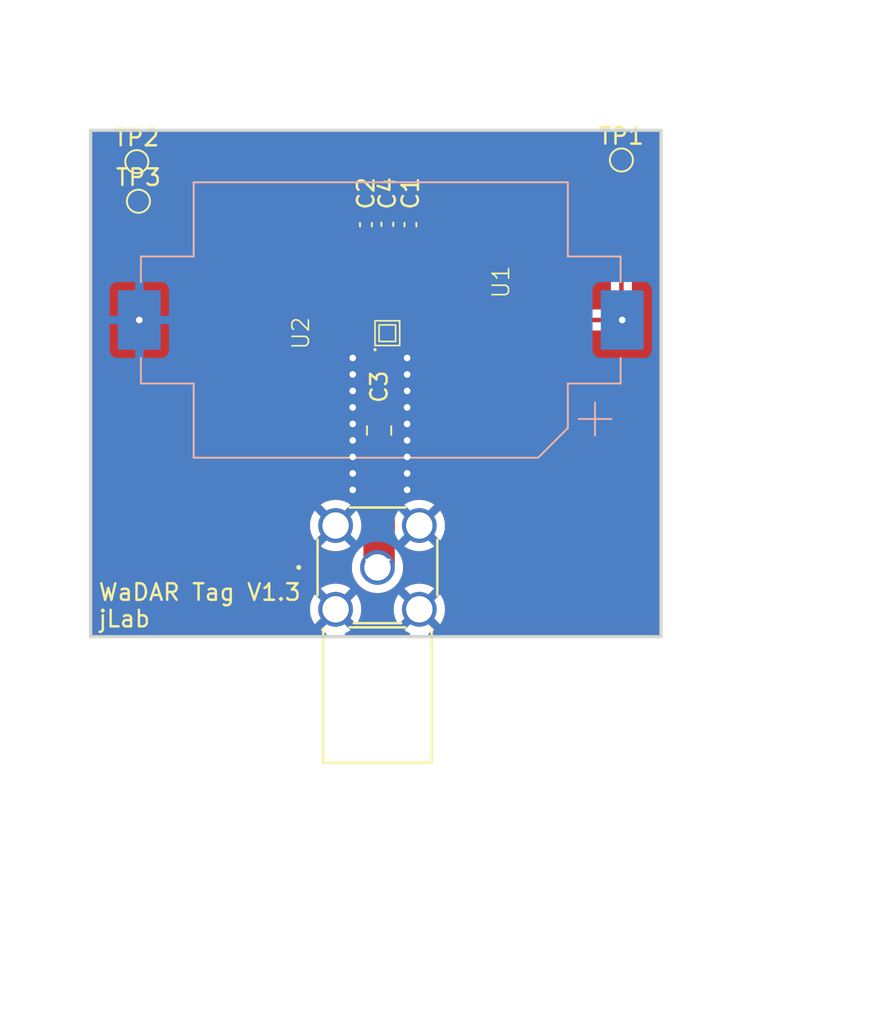
<source format=kicad_pcb>
(kicad_pcb (version 20240108) (generator "pcbnew") (generator_version "8.0")
  (layers (0 "F.Cu" signal) (31 "B.Cu" signal) (34 "B.Paste" user) (35 "F.Paste" user) (36 "B.SilkS" user "B.Silkscreen") (37 "F.SilkS" user "F.Silkscreen") (38 "B.Mask" user) (39 "F.Mask" user) (44 "Edge.Cuts" user))
  (net 0 "")
  (net 1 "GND")
  (net 3 "Net-(U1-CLK_Out)")
  (net 4 "Net-(C3-Pad2)")
  (net 6 "Net-(U2-INPUT)")
  (net 7 "Net-(BT1-+)")
  (net 8 "Net-(U2-OUTPUT1)")
  (footprint "Capacitor_SMD:C_0402_1005Metric" (layer "F.Cu") (at 165.4 51.22 90)
    (property "Reference" "C1" (at 1.9 0 90) (layer "F.SilkS"))
    (property "Value" "33pF")
    (fp_line (start -0.107836 -0.36) (end 0.107836 -0.36) (stroke (width 0.12)) (layer "F.SilkS"))
    (fp_line (start -0.107836 0.36) (end 0.107836 0.36) (stroke (width 0.12)) (layer "F.SilkS"))
    (pad "1" smd roundrect (at -0.48 0 90) (size 0.56 0.62) (layers "F.Cu" "F.Paste" "F.Mask") (net 7 "Net-(BT1-+)"))
    (pad "2" smd roundrect (at 0.48 0 90) (size 0.56 0.62) (layers "F.Cu" "F.Paste" "F.Mask") (net 1 "GND"))
  )
  (footprint "TestPoint:TestPoint_Pad_D1.0mm" (layer "F.Cu") (at 148.8 47.4)
    (property "Reference" "TP2" (at 0 -1.448 0) (layer "F.SilkS"))
    (property "Value" "GND")
    (fp_circle (center 0 0) (end 0 0.7) (stroke (width 0.12)) (fill none) (layer "F.SilkS"))
    (pad "1" smd circle (at 0 0) (size 1 1) (layers "F.Cu" "F.Mask") (net 1 "GND"))
  )
  (footprint "Capacitor_SMD:C_0402_1005Metric" (layer "F.Cu") (at 162.7 51.22 90)
    (property "Reference" "C2" (at 1.9 0 90) (layer "F.SilkS"))
    (property "Value" "33pF")
    (fp_line (start -0.107836 -0.36) (end 0.107836 -0.36) (stroke (width 0.12)) (layer "F.SilkS"))
    (fp_line (start -0.107836 0.36) (end 0.107836 0.36) (stroke (width 0.12)) (layer "F.SilkS"))
    (pad "1" smd roundrect (at -0.48 0 90) (size 0.56 0.62) (layers "F.Cu" "F.Paste" "F.Mask") (net 3 "Net-(U1-CLK_Out)"))
    (pad "2" smd roundrect (at 0.48 0 90) (size 0.56 0.62) (layers "F.Cu" "F.Paste" "F.Mask") (net 1 "GND"))
  )
  (footprint "WADARfootprints:CONN_SMA-J-P-H-RA-TH1_SAI" (layer "F.Cu") (at 163.4 72 180)
    (property "Reference" "J1" (at 0 0 180) (layer "F.SilkS"))
    (property "Value" "SMA-J-P-H-RA-TH1")
    (fp_line (start 3.6322 1.685351) (end 3.6322 -1.685351) (stroke (width 0.1524)) (layer "F.SilkS"))
    (fp_line (start 3.2893 -3.706994) (end 3.2893 -11.8364) (stroke (width 0.1524)) (layer "F.SilkS"))
    (fp_line (start 3.2893 -11.8364) (end -3.2893 -11.8364) (stroke (width 0.1524)) (layer "F.SilkS"))
    (fp_line (start 1.685351 -3.6322) (end -1.685351 -3.6322) (stroke (width 0.1524)) (layer "F.SilkS"))
    (fp_line (start -1.435126 -3.3782) (end 1.435126 -3.3782) (stroke (width 0.1524)) (layer "F.SilkS"))
    (fp_line (start -1.685351 3.6322) (end 1.685351 3.6322) (stroke (width 0.1524)) (layer "F.SilkS"))
    (fp_line (start -3.2893 -11.8364) (end -3.2893 -3.706994) (stroke (width 0.1524)) (layer "F.SilkS"))
    (fp_line (start -3.6322 -1.685351) (end -3.6322 1.685351) (stroke (width 0.1524)) (layer "F.SilkS"))
    (fp_circle (center 4.7752 0) (end 4.8514 0) (stroke (width 0.1524)) (fill none) (layer "F.SilkS"))
    (pad "1" thru_hole circle (at 0 0 180) (size 2.1082 2.1082) (drill 1.6002) (layers "*.Cu" "*.Mask") (net 4 "Net-(C3-Pad2)"))
    (pad "2" thru_hole circle (at -2.54 -2.54 180) (size 2.1082 2.1082) (drill 1.6002) (layers "*.Cu" "*.Mask") (net 1 "GND"))
    (pad "3" thru_hole circle (at -2.54 2.54 180) (size 2.1082 2.1082) (drill 1.6002) (layers "*.Cu" "*.Mask") (net 1 "GND"))
    (pad "4" thru_hole circle (at 2.54 2.54 180) (size 2.1082 2.1082) (drill 1.6002) (layers "*.Cu" "*.Mask") (net 1 "GND"))
    (pad "5" thru_hole circle (at 2.54 -2.54 180) (size 2.1082 2.1082) (drill 1.6002) (layers "*.Cu" "*.Mask") (net 1 "GND"))
  )
  (footprint "TestPoint:TestPoint_Pad_D1.0mm" (layer "F.Cu") (at 178.2 47.3)
    (property "Reference" "TP1" (at 0 -1.448 0) (layer "F.SilkS"))
    (property "Value" "VCC")
    (fp_circle (center 0 0) (end 0 0.7) (stroke (width 0.12)) (fill none) (layer "F.SilkS"))
    (pad "1" smd circle (at 0 0) (size 1 1) (layers "F.Cu" "F.Mask") (net 7 "Net-(BT1-+)"))
  )
  (footprint "Capacitor_SMD:C_0805_2012Metric" (layer "F.Cu") (at 163.5 63.7 -90)
    (property "Reference" "C3" (at -2.65 0 90) (layer "F.SilkS"))
    (property "Value" "100pF")
    (fp_line (start -0.261252 0.735) (end 0.261252 0.735) (stroke (width 0.12)) (layer "F.SilkS"))
    (fp_line (start -0.261252 -0.735) (end 0.261252 -0.735) (stroke (width 0.12)) (layer "F.SilkS"))
    (pad "1" smd roundrect (at -0.95 0 270) (size 1 1.45) (layers "F.Cu" "F.Paste" "F.Mask") (net 8 "Net-(U2-OUTPUT1)"))
    (pad "2" smd roundrect (at 0.95 0 270) (size 1 1.45) (layers "F.Cu" "F.Paste" "F.Mask") (net 4 "Net-(C3-Pad2)"))
  )
  (footprint "TestPoint:TestPoint_Pad_D1.0mm" (layer "F.Cu") (at 148.9 49.8)
    (property "Reference" "TP3" (at 0 -1.448 0) (layer "F.SilkS"))
    (property "Value" "CLK")
    (fp_circle (center 0 0) (end 0 0.7) (stroke (width 0.12)) (fill none) (layer "F.SilkS"))
    (pad "1" smd circle (at 0 0) (size 1 1) (layers "F.Cu" "F.Mask") (net 3 "Net-(U1-CLK_Out)"))
  )
  (footprint "Library:SKY13351_FP" (layer "F.Cu") (at 159.25 57.8 90)
    (property "Reference" "U2" (at 0 -0.5 90) (layer "F.SilkS") (effects (font (thickness 0.1))))
    (property "Value" "~")
    (fp_rect (start -0.75 4) (end 0.75 5.5) (stroke (width 0.1)) (fill none) (layer "F.SilkS"))
    (fp_rect (start -0.5 4.25) (end 0.5 5.25) (stroke (width 0.1)) (fill none) (layer "F.SilkS"))
    (fp_circle (center -1 4) (end -1 4) (stroke (width 0.1)) (fill none) (layer "F.SilkS"))
    (pad "1" smd roundrect (at -0.5 4.4 90) (size 0.33 0.15) (layers "F.Cu" "F.Paste" "F.Mask") (net 8 "Net-(U2-OUTPUT1)"))
    (pad "2" smd roundrect (at -0.3825 4.75 90) (size 0.565 0.15) (layers "F.Cu" "F.Paste" "F.Mask") (net 1 "GND"))
    (pad "2" smd roundrect (at 0 4.4 180) (size 0.565 0.15) (layers "F.Cu" "F.Paste" "F.Mask") (net 1 "GND"))
    (pad "2" smd roundrect (at 0 4.75 90) (size 0.4 0.4) (layers "F.Cu" "F.Paste" "F.Mask") (net 1 "GND"))
    (pad "2" smd roundrect (at 0 5.1 180) (size 0.565 0.15) (layers "F.Cu" "F.Paste" "F.Mask") (net 1 "GND"))
    (pad "3" smd roundrect (at -0.5 5.1 90) (size 0.33 0.15) (layers "F.Cu" "F.Paste" "F.Mask"))
    (pad "4" smd roundrect (at 0.5 5.1 90) (size 0.33 0.15) (layers "F.Cu" "F.Paste" "F.Mask") (net 7 "Net-(BT1-+)"))
    (pad "5" smd roundrect (at 0.5 4.75 90) (size 0.33 0.15) (layers "F.Cu" "F.Paste" "F.Mask") (net 6 "Net-(U2-INPUT)"))
    (pad "6" smd roundrect (at 0.5 4.4 90) (size 0.33 0.15) (layers "F.Cu" "F.Paste" "F.Mask") (net 3 "Net-(U1-CLK_Out)"))
  )
  (footprint "Library:SiT1569" (layer "F.Cu") (at 170.795 56.5 -90)
    (property "Reference" "U1" (at -1.8 -0.1 90) (layer "F.SilkS") (effects (font (thickness 0.1))))
    (property "Value" "SiT1569")
    (pad "1" smd circle (at -0.5 0.205 270) (size 0.25 0.25) (layers "F.Cu" "F.Paste" "F.Mask"))
    (pad "2" smd circle (at 0.5 0.205 270) (size 0.25 0.25) (layers "F.Cu" "F.Paste" "F.Mask") (net 3 "Net-(U1-CLK_Out)"))
    (pad "3" smd circle (at 0.5 -0.205 270) (size 0.25 0.25) (layers "F.Cu" "F.Paste" "F.Mask") (net 7 "Net-(BT1-+)"))
    (pad "4" smd circle (at -0.5 -0.205 270) (size 0.25 0.25) (layers "F.Cu" "F.Paste" "F.Mask") (net 1 "GND"))
  )
  (footprint "Capacitor_SMD:C_0402_1005Metric" (layer "F.Cu") (at 164 51.2 90)
    (property "Reference" "C4" (at 1.88 0 90) (layer "F.SilkS"))
    (property "Value" "100pF")
    (fp_line (start -0.107836 -0.36) (end 0.107836 -0.36) (stroke (width 0.12)) (layer "F.SilkS"))
    (fp_line (start -0.107836 0.36) (end 0.107836 0.36) (stroke (width 0.12)) (layer "F.SilkS"))
    (pad "1" smd roundrect (at -0.48 0 90) (size 0.56 0.62) (layers "F.Cu" "F.Paste" "F.Mask") (net 6 "Net-(U2-INPUT)"))
    (pad "2" smd roundrect (at 0.48 0 90) (size 0.56 0.62) (layers "F.Cu" "F.Paste" "F.Mask") (net 1 "GND"))
  )
  (footprint "Battery:BatteryHolder_Keystone_1060_1x2032" (layer "B.Cu") (at 163.6 57 180)
    (property "Reference" "BT1" (hide yes))
    (property "Value" "Battery_Cell" (hide yes))
    (fp_line (start 14.55 3.85) (end 11.35 3.85) (stroke (width 0.12)) (layer "B.SilkS"))
    (fp_line (start 14.55 2.3) (end 14.55 3.85) (stroke (width 0.12)) (layer "B.SilkS"))
    (fp_line (start 14.55 -2.3) (end 14.55 -3.85) (stroke (width 0.12)) (layer "B.SilkS"))
    (fp_line (start 14.55 -3.85) (end 11.35 -3.85) (stroke (width 0.12)) (layer "B.SilkS"))
    (fp_line (start 11.35 8.35) (end -11.35 8.35) (stroke (width 0.12)) (layer "B.SilkS"))
    (fp_line (start 11.35 3.85) (end 11.35 8.35) (stroke (width 0.12)) (layer "B.SilkS"))
    (fp_line (start 11.35 -3.85) (end 11.35 -8.35) (stroke (width 0.12)) (layer "B.SilkS"))
    (fp_line (start -9.55 -8.35) (end 11.35 -8.35) (stroke (width 0.12)) (layer "B.SilkS"))
    (fp_line (start -11.35 3.85) (end -11.35 8.35) (stroke (width 0.12)) (layer "B.SilkS"))
    (fp_line (start -11.35 -3.85) (end -11.35 -6.55) (stroke (width 0.12)) (layer "B.SilkS"))
    (fp_line (start -11.35 -6.55) (end -9.55 -8.35) (stroke (width 0.12)) (layer "B.SilkS"))
    (fp_line (start -13 -7) (end -13 -5) (stroke (width 0.12)) (layer "B.SilkS"))
    (fp_line (start -14 -6) (end -12 -6) (stroke (width 0.12)) (layer "B.SilkS"))
    (fp_line (start -14.55 3.85) (end -11.35 3.85) (stroke (width 0.12)) (layer "B.SilkS"))
    (fp_line (start -14.55 2.3) (end -14.55 3.85) (stroke (width 0.12)) (layer "B.SilkS"))
    (fp_line (start -14.55 -2.3) (end -14.55 -3.85) (stroke (width 0.12)) (layer "B.SilkS"))
    (fp_line (start -14.55 -3.85) (end -11.35 -3.85) (stroke (width 0.12)) (layer "B.SilkS"))
    (pad "1" smd rect (at -14.65 0) (size 2.6 3.6) (layers "B.Cu" "B.Paste" "B.Mask") (net 7 "Net-(BT1-+)"))
    (pad "2" smd rect (at 14.65 0) (size 2.6 3.6) (layers "B.Cu" "B.Paste" "B.Mask") (net 1 "GND"))
  )
  (gr_rect (start 146 45.5) (end 180.6 76.2) (stroke (width 0.2)) (fill none) (layer "Edge.Cuts"))
  (gr_text "WaDAR Tag V1.3\njLab" (at 146.4 75.7 0) (layer "F.SilkS") (effects (font (size 1 1)) (justify left bottom)))
  (segment (start 163.65 57.8) (end 162.2 57.8) (width 0.25) (layer "F.Cu") (net 1))
  (via (at 161.9 65.3) (size 0.8) (drill 0.4) (layers "F.Cu" "B.Cu") (net 1))
  (via (at 165.2 60.3) (size 0.8) (drill 0.4) (layers "F.Cu" "B.Cu") (net 1))
  (via (at 165.2 62.3) (size 0.8) (drill 0.4) (layers "F.Cu" "B.Cu") (net 1))
  (via (at 165.2 63.3) (size 0.8) (drill 0.4) (layers "F.Cu" "B.Cu") (net 1))
  (via (at 165.2 67.3) (size 0.8) (drill 0.4) (layers "F.Cu" "B.Cu") (net 1))
  (via (at 161.9 64.3) (size 0.8) (drill 0.4) (layers "F.Cu" "B.Cu") (net 1))
  (via (at 161.9 66.3) (size 0.8) (drill 0.4) (layers "F.Cu" "B.Cu") (net 1))
  (via (at 165.2 61.3) (size 0.8) (drill 0.4) (layers "F.Cu" "B.Cu") (net 1))
  (via (at 161.9 67.3) (size 0.8) (drill 0.4) (layers "F.Cu" "B.Cu") (net 1))
  (via (at 161.9 59.3) (size 0.8) (drill 0.4) (layers "F.Cu" "B.Cu") (net 1))
  (via (at 161.9 62.3) (size 0.8) (drill 0.4) (layers "F.Cu" "B.Cu") (net 1))
  (via (at 165.2 59.3) (size 0.8) (drill 0.4) (layers "F.Cu" "B.Cu") (net 1))
  (via (at 161.9 61.3) (size 0.8) (drill 0.4) (layers "F.Cu" "B.Cu") (net 1))
  (via (at 148.95 57) (size 0.8) (drill 0.4) (layers "F.Cu" "B.Cu") (net 1))
  (via (at 165.2 64.3) (size 0.8) (drill 0.4) (layers "F.Cu" "B.Cu") (net 1))
  (via (at 161.9 63.3) (size 0.8) (drill 0.4) (layers "F.Cu" "B.Cu") (net 1))
  (via (at 161.9 60.3) (size 0.8) (drill 0.4) (layers "F.Cu" "B.Cu") (net 1))
  (via (at 165.2 66.3) (size 0.8) (drill 0.4) (layers "F.Cu" "B.Cu") (net 1))
  (via (at 165.2 65.3) (size 0.8) (drill 0.4) (layers "F.Cu" "B.Cu") (net 1))
  (segment (start 160.55 51.62) (end 160.63 51.7) (width 0.27) (layer "F.Cu") (net 3))
  (segment (start 149.9 48.7) (end 160.45 48.7) (width 0.27) (layer "F.Cu") (net 3))
  (segment (start 162.7 51.7) (end 162.7 56.41) (width 0.27) (layer "F.Cu") (net 3))
  (segment (start 160.55 48.8) (end 160.55 51.62) (width 0.27) (layer "F.Cu") (net 3))
  (segment (start 160.63 51.7) (end 162.7 51.7) (width 0.27) (layer "F.Cu") (net 3))
  (segment (start 162.7 56.41) (end 163.59 57.3) (width 0.27) (layer "F.Cu") (net 3))
  (segment (start 148.9 49.7) (end 149.9 48.7) (width 0.27) (layer "F.Cu") (net 3))
  (segment (start 170.59 57) (end 168.44 57) (width 0.27) (layer "F.Cu") (net 3))
  (segment (start 168.42 47.83) (end 168.44 47.81) (width 0.27) (layer "F.Cu") (net 3))
  (segment (start 160.55 47.85) (end 160.55 48.8) (width 0.27) (layer "F.Cu") (net 3))
  (segment (start 160.59 47.81) (end 160.55 47.85) (width 0.27) (layer "F.Cu") (net 3))
  (segment (start 160.45 48.7) (end 160.55 48.8) (width 0.27) (layer "F.Cu") (net 3))
  (segment (start 168.44 47.81) (end 160.59 47.81) (width 0.27) (layer "F.Cu") (net 3))
  (segment (start 168.44 57) (end 168.42 57.02) (width 0.27) (layer "F.Cu") (net 3))
  (segment (start 168.42 57.02) (end 168.42 47.83) (width 0.27) (layer "F.Cu") (net 3))
  (segment (start 163.5 64.65) (end 163.5 71.9) (width 1.9) (layer "F.Cu") (net 4))
  (segment (start 163.5 71.9) (end 163.4 72) (width 1.9) (layer "F.Cu") (net 4))
  (segment (start 164 51.68) (end 164 56.957166) (width 0.27) (layer "F.Cu") (net 6))
  (segment (start 164 57.3) (end 164 56.957166) (width 0.15) (layer "F.Cu") (net 6))
  (segment (start 166.33 56.61) (end 166.36 56.58) (width 0.27) (layer "F.Cu") (net 7))
  (segment (start 166.36 58.56) (end 166.37 58.57) (width 0.27) (layer "F.Cu") (net 7))
  (segment (start 165.1 56.61) (end 166.33 56.61) (width 0.27) (layer "F.Cu") (net 7))
  (segment (start 165.1 56.61) (end 164.41 57.3) (width 0.27) (layer "F.Cu") (net 7))
  (segment (start 165.1 52) (end 165.1 56.61) (width 0.27) (layer "F.Cu") (net 7))
  (segment (start 166.36 56.58) (end 166.36 58.56) (width 0.27) (layer "F.Cu") (net 7))
  (segment (start 170.97 58.57) (end 171 58.6) (width 0.27) (layer "F.Cu") (net 7))
  (segment (start 171 57) (end 171 58.6) (width 0.27) (layer "F.Cu") (net 7))
  (segment (start 166.37 58.57) (end 170.97 58.57) (width 0.27) (layer "F.Cu") (net 7))
  (segment (start 178.25 57) (end 178.25 56.85) (width 0.27) (layer "F.Cu") (net 7))
  (segment (start 178.25 56.85) (end 178.2 56.8) (width 0.27) (layer "F.Cu") (net 7))
  (segment (start 165.4 51.7) (end 165.1 52) (width 0.27) (layer "F.Cu") (net 7))
  (segment (start 178.2 56.8) (end 178.2 47.3) (width 0.27) (layer "F.Cu") (net 7))
  (segment (start 178.25 57) (end 171.05 57) (width 0.27) (layer "F.Cu") (net 7))
  (via (at 178.25 57) (size 0.8) (drill 0.4) (layers "F.Cu" "B.Cu") (net 7))
  (segment (start 163.5 58.39) (end 163.59 58.3) (width 0.27) (layer "F.Cu") (net 8))
  (segment (start 163.6 62.75) (end 163.59 62.74) (width 0.27) (layer "F.Cu") (net 8))
  (segment (start 163.5 62.75) (end 163.5 58.39) (width 0.27) (layer "F.Cu") (net 8))
  (zone (net 1) (net_name "GND") (layer "F.Cu") (priority 1) (connect_pads (clearance 0.5)) (min_thickness 0.25) (fill yes (thermal_gap 0.5) (thermal_bridge_width 0.5) (island_removal_mode 1) (island_area_min 10))
    (polygon (pts (xy 169.9 75.8) (xy 158.4 75.8) (xy 158.4 67.85) (xy 169.9 67.9) (xy 169.9 70.2) (xy 169.95 70.35) (xy 169.9 69.45) (xy 169.9 70.15)))
  )
  (zone (net 1) (net_name "GND") (layers "F&B.Cu") (connect_pads (clearance 0.5)) (min_thickness 0.25) (fill yes (thermal_gap 0.5) (thermal_bridge_width 0.5))
    (polygon (pts (xy 140.5 39.5) (xy 193.6 37.6) (xy 190.7 99.7) (xy 141.2 99.05)))
  )
)
</source>
